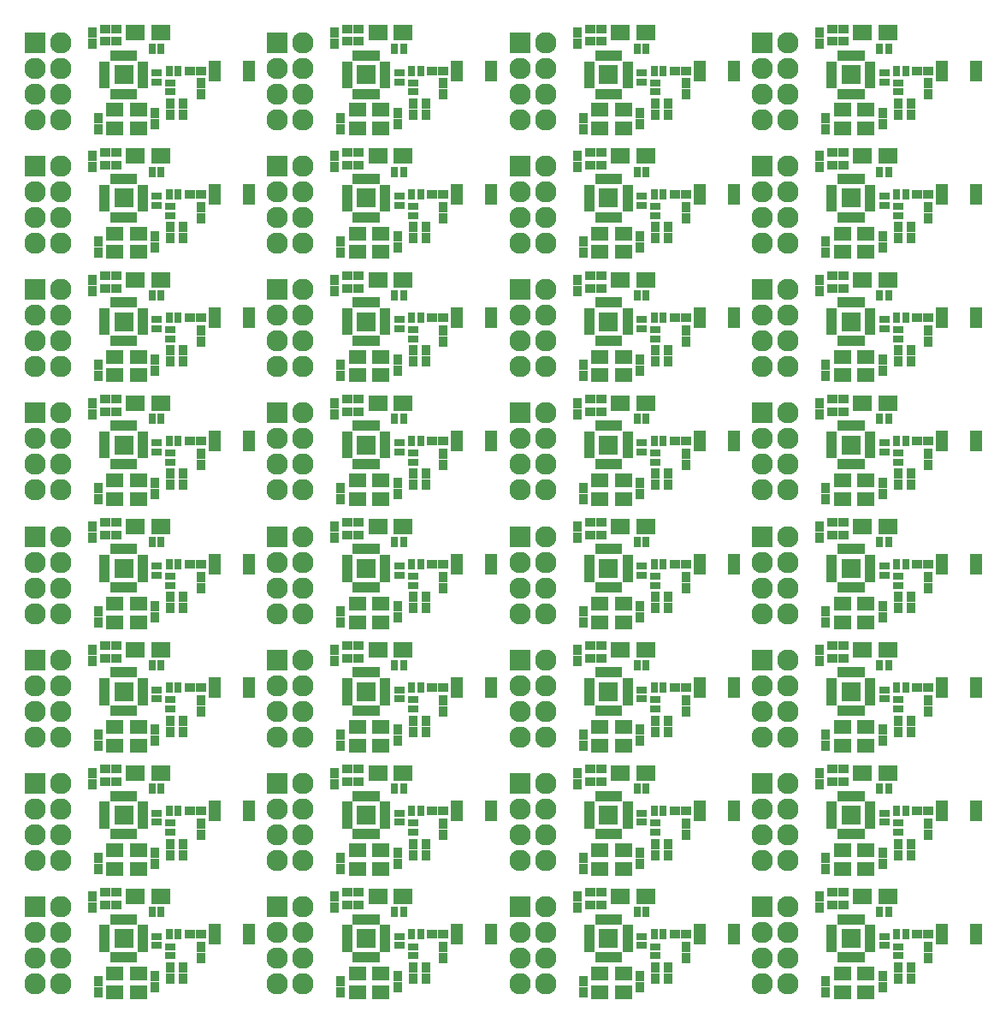
<source format=gts>
G04 #@! TF.FileFunction,Soldermask,Top*
%FSLAX46Y46*%
G04 Gerber Fmt 4.6, Leading zero omitted, Abs format (unit mm)*
G04 Created by KiCad (PCBNEW 4.0.2+e4-6225~38~ubuntu14.04.1-stable) date Fri 01 Jul 2016 09:40:48 PM CDT*
%MOMM*%
G01*
G04 APERTURE LIST*
%ADD10C,0.100000*%
%ADD11R,1.200000X2.000000*%
%ADD12R,1.700000X1.450000*%
%ADD13R,0.700000X1.100000*%
%ADD14R,1.100000X0.700000*%
%ADD15R,1.900000X1.900000*%
%ADD16R,0.800000X1.000000*%
%ADD17R,1.000000X0.800000*%
%ADD18R,0.900000X1.000000*%
%ADD19R,1.000000X0.900000*%
%ADD20R,1.900000X1.650000*%
%ADD21R,2.127200X2.127200*%
%ADD22O,2.127200X2.127200*%
G04 APERTURE END LIST*
D10*
D11*
X95700000Y-108800000D03*
X92300000Y-108800000D03*
D12*
X84750000Y-112675000D03*
X84750000Y-114525000D03*
X82450000Y-114525000D03*
X82450000Y-112675000D03*
D13*
X84300000Y-107300000D03*
X83800000Y-107300000D03*
X83300000Y-107300000D03*
X82800000Y-107300000D03*
X82300000Y-107300000D03*
D14*
X85200000Y-108200000D03*
X85200000Y-108700000D03*
X85200000Y-109200000D03*
X85200000Y-109700000D03*
X85200000Y-110200000D03*
D13*
X82300000Y-111100000D03*
X82800000Y-111100000D03*
X83300000Y-111100000D03*
X83800000Y-111100000D03*
X84300000Y-111100000D03*
D14*
X81400000Y-110200000D03*
X81400000Y-109700000D03*
X81400000Y-109200000D03*
X81400000Y-108700000D03*
X81400000Y-108200000D03*
D15*
X83300000Y-109200000D03*
D16*
X87000000Y-106600000D03*
X86100000Y-106600000D03*
D17*
X87950000Y-110000000D03*
X87950000Y-110900000D03*
D16*
X87800000Y-108800000D03*
X88700000Y-108800000D03*
D17*
X86600000Y-109000000D03*
X86600000Y-109900000D03*
D18*
X90950000Y-111150000D03*
X90950000Y-110050000D03*
D19*
X90950000Y-108800000D03*
X89850000Y-108800000D03*
D18*
X89200000Y-112050000D03*
X89200000Y-113150000D03*
X87950000Y-112050000D03*
X87950000Y-113150000D03*
D19*
X82550000Y-104650000D03*
X81450000Y-104650000D03*
D18*
X80200000Y-105050000D03*
X80200000Y-106150000D03*
X86400000Y-112950000D03*
X86400000Y-114050000D03*
X80800000Y-114550000D03*
X80800000Y-113450000D03*
D19*
X82550000Y-105900000D03*
X81450000Y-105900000D03*
D20*
X84450000Y-105050000D03*
X86950000Y-105050000D03*
X108450000Y-105050000D03*
X110950000Y-105050000D03*
D19*
X106550000Y-105900000D03*
X105450000Y-105900000D03*
D18*
X104800000Y-114550000D03*
X104800000Y-113450000D03*
X110400000Y-112950000D03*
X110400000Y-114050000D03*
X104200000Y-105050000D03*
X104200000Y-106150000D03*
D19*
X106550000Y-104650000D03*
X105450000Y-104650000D03*
D18*
X111950000Y-112050000D03*
X111950000Y-113150000D03*
X113200000Y-112050000D03*
X113200000Y-113150000D03*
D19*
X114950000Y-108800000D03*
X113850000Y-108800000D03*
D18*
X114950000Y-111150000D03*
X114950000Y-110050000D03*
D17*
X110600000Y-109000000D03*
X110600000Y-109900000D03*
D16*
X111800000Y-108800000D03*
X112700000Y-108800000D03*
D17*
X111950000Y-110000000D03*
X111950000Y-110900000D03*
D16*
X111000000Y-106600000D03*
X110100000Y-106600000D03*
D13*
X108300000Y-107300000D03*
X107800000Y-107300000D03*
X107300000Y-107300000D03*
X106800000Y-107300000D03*
X106300000Y-107300000D03*
D14*
X109200000Y-108200000D03*
X109200000Y-108700000D03*
X109200000Y-109200000D03*
X109200000Y-109700000D03*
X109200000Y-110200000D03*
D13*
X106300000Y-111100000D03*
X106800000Y-111100000D03*
X107300000Y-111100000D03*
X107800000Y-111100000D03*
X108300000Y-111100000D03*
D14*
X105400000Y-110200000D03*
X105400000Y-109700000D03*
X105400000Y-109200000D03*
X105400000Y-108700000D03*
X105400000Y-108200000D03*
D15*
X107300000Y-109200000D03*
D12*
X108750000Y-112675000D03*
X108750000Y-114525000D03*
X106450000Y-114525000D03*
X106450000Y-112675000D03*
D11*
X119700000Y-108800000D03*
X116300000Y-108800000D03*
X143700000Y-108800000D03*
X140300000Y-108800000D03*
D12*
X132750000Y-112675000D03*
X132750000Y-114525000D03*
X130450000Y-114525000D03*
X130450000Y-112675000D03*
D13*
X132300000Y-107300000D03*
X131800000Y-107300000D03*
X131300000Y-107300000D03*
X130800000Y-107300000D03*
X130300000Y-107300000D03*
D14*
X133200000Y-108200000D03*
X133200000Y-108700000D03*
X133200000Y-109200000D03*
X133200000Y-109700000D03*
X133200000Y-110200000D03*
D13*
X130300000Y-111100000D03*
X130800000Y-111100000D03*
X131300000Y-111100000D03*
X131800000Y-111100000D03*
X132300000Y-111100000D03*
D14*
X129400000Y-110200000D03*
X129400000Y-109700000D03*
X129400000Y-109200000D03*
X129400000Y-108700000D03*
X129400000Y-108200000D03*
D15*
X131300000Y-109200000D03*
D16*
X135000000Y-106600000D03*
X134100000Y-106600000D03*
D17*
X135950000Y-110000000D03*
X135950000Y-110900000D03*
D16*
X135800000Y-108800000D03*
X136700000Y-108800000D03*
D17*
X134600000Y-109000000D03*
X134600000Y-109900000D03*
D18*
X138950000Y-111150000D03*
X138950000Y-110050000D03*
D19*
X138950000Y-108800000D03*
X137850000Y-108800000D03*
D18*
X137200000Y-112050000D03*
X137200000Y-113150000D03*
X135950000Y-112050000D03*
X135950000Y-113150000D03*
D19*
X130550000Y-104650000D03*
X129450000Y-104650000D03*
D18*
X128200000Y-105050000D03*
X128200000Y-106150000D03*
X134400000Y-112950000D03*
X134400000Y-114050000D03*
X128800000Y-114550000D03*
X128800000Y-113450000D03*
D19*
X130550000Y-105900000D03*
X129450000Y-105900000D03*
D20*
X132450000Y-105050000D03*
X134950000Y-105050000D03*
X156450000Y-105050000D03*
X158950000Y-105050000D03*
D19*
X154550000Y-105900000D03*
X153450000Y-105900000D03*
D18*
X152800000Y-114550000D03*
X152800000Y-113450000D03*
X158400000Y-112950000D03*
X158400000Y-114050000D03*
X152200000Y-105050000D03*
X152200000Y-106150000D03*
D19*
X154550000Y-104650000D03*
X153450000Y-104650000D03*
D18*
X159950000Y-112050000D03*
X159950000Y-113150000D03*
X161200000Y-112050000D03*
X161200000Y-113150000D03*
D19*
X162950000Y-108800000D03*
X161850000Y-108800000D03*
D18*
X162950000Y-111150000D03*
X162950000Y-110050000D03*
D17*
X158600000Y-109000000D03*
X158600000Y-109900000D03*
D16*
X159800000Y-108800000D03*
X160700000Y-108800000D03*
D17*
X159950000Y-110000000D03*
X159950000Y-110900000D03*
D16*
X159000000Y-106600000D03*
X158100000Y-106600000D03*
D13*
X156300000Y-107300000D03*
X155800000Y-107300000D03*
X155300000Y-107300000D03*
X154800000Y-107300000D03*
X154300000Y-107300000D03*
D14*
X157200000Y-108200000D03*
X157200000Y-108700000D03*
X157200000Y-109200000D03*
X157200000Y-109700000D03*
X157200000Y-110200000D03*
D13*
X154300000Y-111100000D03*
X154800000Y-111100000D03*
X155300000Y-111100000D03*
X155800000Y-111100000D03*
X156300000Y-111100000D03*
D14*
X153400000Y-110200000D03*
X153400000Y-109700000D03*
X153400000Y-109200000D03*
X153400000Y-108700000D03*
X153400000Y-108200000D03*
D15*
X155300000Y-109200000D03*
D12*
X156750000Y-112675000D03*
X156750000Y-114525000D03*
X154450000Y-114525000D03*
X154450000Y-112675000D03*
D11*
X167700000Y-108800000D03*
X164300000Y-108800000D03*
X167700000Y-121000000D03*
X164300000Y-121000000D03*
D12*
X156750000Y-124875000D03*
X156750000Y-126725000D03*
X154450000Y-126725000D03*
X154450000Y-124875000D03*
D13*
X156300000Y-119500000D03*
X155800000Y-119500000D03*
X155300000Y-119500000D03*
X154800000Y-119500000D03*
X154300000Y-119500000D03*
D14*
X157200000Y-120400000D03*
X157200000Y-120900000D03*
X157200000Y-121400000D03*
X157200000Y-121900000D03*
X157200000Y-122400000D03*
D13*
X154300000Y-123300000D03*
X154800000Y-123300000D03*
X155300000Y-123300000D03*
X155800000Y-123300000D03*
X156300000Y-123300000D03*
D14*
X153400000Y-122400000D03*
X153400000Y-121900000D03*
X153400000Y-121400000D03*
X153400000Y-120900000D03*
X153400000Y-120400000D03*
D15*
X155300000Y-121400000D03*
D16*
X159000000Y-118800000D03*
X158100000Y-118800000D03*
D17*
X159950000Y-122200000D03*
X159950000Y-123100000D03*
D16*
X159800000Y-121000000D03*
X160700000Y-121000000D03*
D17*
X158600000Y-121200000D03*
X158600000Y-122100000D03*
D18*
X162950000Y-123350000D03*
X162950000Y-122250000D03*
D19*
X162950000Y-121000000D03*
X161850000Y-121000000D03*
D18*
X161200000Y-124250000D03*
X161200000Y-125350000D03*
X159950000Y-124250000D03*
X159950000Y-125350000D03*
D19*
X154550000Y-116850000D03*
X153450000Y-116850000D03*
D18*
X152200000Y-117250000D03*
X152200000Y-118350000D03*
X158400000Y-125150000D03*
X158400000Y-126250000D03*
X152800000Y-126750000D03*
X152800000Y-125650000D03*
D19*
X154550000Y-118100000D03*
X153450000Y-118100000D03*
D20*
X156450000Y-117250000D03*
X158950000Y-117250000D03*
X132450000Y-117250000D03*
X134950000Y-117250000D03*
D19*
X130550000Y-118100000D03*
X129450000Y-118100000D03*
D18*
X128800000Y-126750000D03*
X128800000Y-125650000D03*
X134400000Y-125150000D03*
X134400000Y-126250000D03*
X128200000Y-117250000D03*
X128200000Y-118350000D03*
D19*
X130550000Y-116850000D03*
X129450000Y-116850000D03*
D18*
X135950000Y-124250000D03*
X135950000Y-125350000D03*
X137200000Y-124250000D03*
X137200000Y-125350000D03*
D19*
X138950000Y-121000000D03*
X137850000Y-121000000D03*
D18*
X138950000Y-123350000D03*
X138950000Y-122250000D03*
D17*
X134600000Y-121200000D03*
X134600000Y-122100000D03*
D16*
X135800000Y-121000000D03*
X136700000Y-121000000D03*
D17*
X135950000Y-122200000D03*
X135950000Y-123100000D03*
D16*
X135000000Y-118800000D03*
X134100000Y-118800000D03*
D13*
X132300000Y-119500000D03*
X131800000Y-119500000D03*
X131300000Y-119500000D03*
X130800000Y-119500000D03*
X130300000Y-119500000D03*
D14*
X133200000Y-120400000D03*
X133200000Y-120900000D03*
X133200000Y-121400000D03*
X133200000Y-121900000D03*
X133200000Y-122400000D03*
D13*
X130300000Y-123300000D03*
X130800000Y-123300000D03*
X131300000Y-123300000D03*
X131800000Y-123300000D03*
X132300000Y-123300000D03*
D14*
X129400000Y-122400000D03*
X129400000Y-121900000D03*
X129400000Y-121400000D03*
X129400000Y-120900000D03*
X129400000Y-120400000D03*
D15*
X131300000Y-121400000D03*
D12*
X132750000Y-124875000D03*
X132750000Y-126725000D03*
X130450000Y-126725000D03*
X130450000Y-124875000D03*
D11*
X143700000Y-121000000D03*
X140300000Y-121000000D03*
X119700000Y-121000000D03*
X116300000Y-121000000D03*
D12*
X108750000Y-124875000D03*
X108750000Y-126725000D03*
X106450000Y-126725000D03*
X106450000Y-124875000D03*
D13*
X108300000Y-119500000D03*
X107800000Y-119500000D03*
X107300000Y-119500000D03*
X106800000Y-119500000D03*
X106300000Y-119500000D03*
D14*
X109200000Y-120400000D03*
X109200000Y-120900000D03*
X109200000Y-121400000D03*
X109200000Y-121900000D03*
X109200000Y-122400000D03*
D13*
X106300000Y-123300000D03*
X106800000Y-123300000D03*
X107300000Y-123300000D03*
X107800000Y-123300000D03*
X108300000Y-123300000D03*
D14*
X105400000Y-122400000D03*
X105400000Y-121900000D03*
X105400000Y-121400000D03*
X105400000Y-120900000D03*
X105400000Y-120400000D03*
D15*
X107300000Y-121400000D03*
D16*
X111000000Y-118800000D03*
X110100000Y-118800000D03*
D17*
X111950000Y-122200000D03*
X111950000Y-123100000D03*
D16*
X111800000Y-121000000D03*
X112700000Y-121000000D03*
D17*
X110600000Y-121200000D03*
X110600000Y-122100000D03*
D18*
X114950000Y-123350000D03*
X114950000Y-122250000D03*
D19*
X114950000Y-121000000D03*
X113850000Y-121000000D03*
D18*
X113200000Y-124250000D03*
X113200000Y-125350000D03*
X111950000Y-124250000D03*
X111950000Y-125350000D03*
D19*
X106550000Y-116850000D03*
X105450000Y-116850000D03*
D18*
X104200000Y-117250000D03*
X104200000Y-118350000D03*
X110400000Y-125150000D03*
X110400000Y-126250000D03*
X104800000Y-126750000D03*
X104800000Y-125650000D03*
D19*
X106550000Y-118100000D03*
X105450000Y-118100000D03*
D20*
X108450000Y-117250000D03*
X110950000Y-117250000D03*
X84450000Y-117250000D03*
X86950000Y-117250000D03*
D19*
X82550000Y-118100000D03*
X81450000Y-118100000D03*
D18*
X80800000Y-126750000D03*
X80800000Y-125650000D03*
X86400000Y-125150000D03*
X86400000Y-126250000D03*
X80200000Y-117250000D03*
X80200000Y-118350000D03*
D19*
X82550000Y-116850000D03*
X81450000Y-116850000D03*
D18*
X87950000Y-124250000D03*
X87950000Y-125350000D03*
X89200000Y-124250000D03*
X89200000Y-125350000D03*
D19*
X90950000Y-121000000D03*
X89850000Y-121000000D03*
D18*
X90950000Y-123350000D03*
X90950000Y-122250000D03*
D17*
X86600000Y-121200000D03*
X86600000Y-122100000D03*
D16*
X87800000Y-121000000D03*
X88700000Y-121000000D03*
D17*
X87950000Y-122200000D03*
X87950000Y-123100000D03*
D16*
X87000000Y-118800000D03*
X86100000Y-118800000D03*
D13*
X84300000Y-119500000D03*
X83800000Y-119500000D03*
X83300000Y-119500000D03*
X82800000Y-119500000D03*
X82300000Y-119500000D03*
D14*
X85200000Y-120400000D03*
X85200000Y-120900000D03*
X85200000Y-121400000D03*
X85200000Y-121900000D03*
X85200000Y-122400000D03*
D13*
X82300000Y-123300000D03*
X82800000Y-123300000D03*
X83300000Y-123300000D03*
X83800000Y-123300000D03*
X84300000Y-123300000D03*
D14*
X81400000Y-122400000D03*
X81400000Y-121900000D03*
X81400000Y-121400000D03*
X81400000Y-120900000D03*
X81400000Y-120400000D03*
D15*
X83300000Y-121400000D03*
D12*
X84750000Y-124875000D03*
X84750000Y-126725000D03*
X82450000Y-126725000D03*
X82450000Y-124875000D03*
D11*
X95700000Y-121000000D03*
X92300000Y-121000000D03*
X95700000Y-145400000D03*
X92300000Y-145400000D03*
D12*
X84750000Y-149275000D03*
X84750000Y-151125000D03*
X82450000Y-151125000D03*
X82450000Y-149275000D03*
D13*
X84300000Y-143900000D03*
X83800000Y-143900000D03*
X83300000Y-143900000D03*
X82800000Y-143900000D03*
X82300000Y-143900000D03*
D14*
X85200000Y-144800000D03*
X85200000Y-145300000D03*
X85200000Y-145800000D03*
X85200000Y-146300000D03*
X85200000Y-146800000D03*
D13*
X82300000Y-147700000D03*
X82800000Y-147700000D03*
X83300000Y-147700000D03*
X83800000Y-147700000D03*
X84300000Y-147700000D03*
D14*
X81400000Y-146800000D03*
X81400000Y-146300000D03*
X81400000Y-145800000D03*
X81400000Y-145300000D03*
X81400000Y-144800000D03*
D15*
X83300000Y-145800000D03*
D16*
X87000000Y-143200000D03*
X86100000Y-143200000D03*
D17*
X87950000Y-146600000D03*
X87950000Y-147500000D03*
D16*
X87800000Y-145400000D03*
X88700000Y-145400000D03*
D17*
X86600000Y-145600000D03*
X86600000Y-146500000D03*
D18*
X90950000Y-147750000D03*
X90950000Y-146650000D03*
D19*
X90950000Y-145400000D03*
X89850000Y-145400000D03*
D18*
X89200000Y-148650000D03*
X89200000Y-149750000D03*
X87950000Y-148650000D03*
X87950000Y-149750000D03*
D19*
X82550000Y-141250000D03*
X81450000Y-141250000D03*
D18*
X80200000Y-141650000D03*
X80200000Y-142750000D03*
X86400000Y-149550000D03*
X86400000Y-150650000D03*
X80800000Y-151150000D03*
X80800000Y-150050000D03*
D19*
X82550000Y-142500000D03*
X81450000Y-142500000D03*
D20*
X84450000Y-141650000D03*
X86950000Y-141650000D03*
X108450000Y-141650000D03*
X110950000Y-141650000D03*
D19*
X106550000Y-142500000D03*
X105450000Y-142500000D03*
D18*
X104800000Y-151150000D03*
X104800000Y-150050000D03*
X110400000Y-149550000D03*
X110400000Y-150650000D03*
X104200000Y-141650000D03*
X104200000Y-142750000D03*
D19*
X106550000Y-141250000D03*
X105450000Y-141250000D03*
D18*
X111950000Y-148650000D03*
X111950000Y-149750000D03*
X113200000Y-148650000D03*
X113200000Y-149750000D03*
D19*
X114950000Y-145400000D03*
X113850000Y-145400000D03*
D18*
X114950000Y-147750000D03*
X114950000Y-146650000D03*
D17*
X110600000Y-145600000D03*
X110600000Y-146500000D03*
D16*
X111800000Y-145400000D03*
X112700000Y-145400000D03*
D17*
X111950000Y-146600000D03*
X111950000Y-147500000D03*
D16*
X111000000Y-143200000D03*
X110100000Y-143200000D03*
D13*
X108300000Y-143900000D03*
X107800000Y-143900000D03*
X107300000Y-143900000D03*
X106800000Y-143900000D03*
X106300000Y-143900000D03*
D14*
X109200000Y-144800000D03*
X109200000Y-145300000D03*
X109200000Y-145800000D03*
X109200000Y-146300000D03*
X109200000Y-146800000D03*
D13*
X106300000Y-147700000D03*
X106800000Y-147700000D03*
X107300000Y-147700000D03*
X107800000Y-147700000D03*
X108300000Y-147700000D03*
D14*
X105400000Y-146800000D03*
X105400000Y-146300000D03*
X105400000Y-145800000D03*
X105400000Y-145300000D03*
X105400000Y-144800000D03*
D15*
X107300000Y-145800000D03*
D12*
X108750000Y-149275000D03*
X108750000Y-151125000D03*
X106450000Y-151125000D03*
X106450000Y-149275000D03*
D11*
X119700000Y-145400000D03*
X116300000Y-145400000D03*
X143700000Y-145400000D03*
X140300000Y-145400000D03*
D12*
X132750000Y-149275000D03*
X132750000Y-151125000D03*
X130450000Y-151125000D03*
X130450000Y-149275000D03*
D13*
X132300000Y-143900000D03*
X131800000Y-143900000D03*
X131300000Y-143900000D03*
X130800000Y-143900000D03*
X130300000Y-143900000D03*
D14*
X133200000Y-144800000D03*
X133200000Y-145300000D03*
X133200000Y-145800000D03*
X133200000Y-146300000D03*
X133200000Y-146800000D03*
D13*
X130300000Y-147700000D03*
X130800000Y-147700000D03*
X131300000Y-147700000D03*
X131800000Y-147700000D03*
X132300000Y-147700000D03*
D14*
X129400000Y-146800000D03*
X129400000Y-146300000D03*
X129400000Y-145800000D03*
X129400000Y-145300000D03*
X129400000Y-144800000D03*
D15*
X131300000Y-145800000D03*
D16*
X135000000Y-143200000D03*
X134100000Y-143200000D03*
D17*
X135950000Y-146600000D03*
X135950000Y-147500000D03*
D16*
X135800000Y-145400000D03*
X136700000Y-145400000D03*
D17*
X134600000Y-145600000D03*
X134600000Y-146500000D03*
D18*
X138950000Y-147750000D03*
X138950000Y-146650000D03*
D19*
X138950000Y-145400000D03*
X137850000Y-145400000D03*
D18*
X137200000Y-148650000D03*
X137200000Y-149750000D03*
X135950000Y-148650000D03*
X135950000Y-149750000D03*
D19*
X130550000Y-141250000D03*
X129450000Y-141250000D03*
D18*
X128200000Y-141650000D03*
X128200000Y-142750000D03*
X134400000Y-149550000D03*
X134400000Y-150650000D03*
X128800000Y-151150000D03*
X128800000Y-150050000D03*
D19*
X130550000Y-142500000D03*
X129450000Y-142500000D03*
D20*
X132450000Y-141650000D03*
X134950000Y-141650000D03*
X156450000Y-141650000D03*
X158950000Y-141650000D03*
D19*
X154550000Y-142500000D03*
X153450000Y-142500000D03*
D18*
X152800000Y-151150000D03*
X152800000Y-150050000D03*
X158400000Y-149550000D03*
X158400000Y-150650000D03*
X152200000Y-141650000D03*
X152200000Y-142750000D03*
D19*
X154550000Y-141250000D03*
X153450000Y-141250000D03*
D18*
X159950000Y-148650000D03*
X159950000Y-149750000D03*
X161200000Y-148650000D03*
X161200000Y-149750000D03*
D19*
X162950000Y-145400000D03*
X161850000Y-145400000D03*
D18*
X162950000Y-147750000D03*
X162950000Y-146650000D03*
D17*
X158600000Y-145600000D03*
X158600000Y-146500000D03*
D16*
X159800000Y-145400000D03*
X160700000Y-145400000D03*
D17*
X159950000Y-146600000D03*
X159950000Y-147500000D03*
D16*
X159000000Y-143200000D03*
X158100000Y-143200000D03*
D13*
X156300000Y-143900000D03*
X155800000Y-143900000D03*
X155300000Y-143900000D03*
X154800000Y-143900000D03*
X154300000Y-143900000D03*
D14*
X157200000Y-144800000D03*
X157200000Y-145300000D03*
X157200000Y-145800000D03*
X157200000Y-146300000D03*
X157200000Y-146800000D03*
D13*
X154300000Y-147700000D03*
X154800000Y-147700000D03*
X155300000Y-147700000D03*
X155800000Y-147700000D03*
X156300000Y-147700000D03*
D14*
X153400000Y-146800000D03*
X153400000Y-146300000D03*
X153400000Y-145800000D03*
X153400000Y-145300000D03*
X153400000Y-144800000D03*
D15*
X155300000Y-145800000D03*
D12*
X156750000Y-149275000D03*
X156750000Y-151125000D03*
X154450000Y-151125000D03*
X154450000Y-149275000D03*
D11*
X167700000Y-145400000D03*
X164300000Y-145400000D03*
X167700000Y-133200000D03*
X164300000Y-133200000D03*
D12*
X156750000Y-137075000D03*
X156750000Y-138925000D03*
X154450000Y-138925000D03*
X154450000Y-137075000D03*
D13*
X156300000Y-131700000D03*
X155800000Y-131700000D03*
X155300000Y-131700000D03*
X154800000Y-131700000D03*
X154300000Y-131700000D03*
D14*
X157200000Y-132600000D03*
X157200000Y-133100000D03*
X157200000Y-133600000D03*
X157200000Y-134100000D03*
X157200000Y-134600000D03*
D13*
X154300000Y-135500000D03*
X154800000Y-135500000D03*
X155300000Y-135500000D03*
X155800000Y-135500000D03*
X156300000Y-135500000D03*
D14*
X153400000Y-134600000D03*
X153400000Y-134100000D03*
X153400000Y-133600000D03*
X153400000Y-133100000D03*
X153400000Y-132600000D03*
D15*
X155300000Y-133600000D03*
D16*
X159000000Y-131000000D03*
X158100000Y-131000000D03*
D17*
X159950000Y-134400000D03*
X159950000Y-135300000D03*
D16*
X159800000Y-133200000D03*
X160700000Y-133200000D03*
D17*
X158600000Y-133400000D03*
X158600000Y-134300000D03*
D18*
X162950000Y-135550000D03*
X162950000Y-134450000D03*
D19*
X162950000Y-133200000D03*
X161850000Y-133200000D03*
D18*
X161200000Y-136450000D03*
X161200000Y-137550000D03*
X159950000Y-136450000D03*
X159950000Y-137550000D03*
D19*
X154550000Y-129050000D03*
X153450000Y-129050000D03*
D18*
X152200000Y-129450000D03*
X152200000Y-130550000D03*
X158400000Y-137350000D03*
X158400000Y-138450000D03*
X152800000Y-138950000D03*
X152800000Y-137850000D03*
D19*
X154550000Y-130300000D03*
X153450000Y-130300000D03*
D20*
X156450000Y-129450000D03*
X158950000Y-129450000D03*
X132450000Y-129450000D03*
X134950000Y-129450000D03*
D19*
X130550000Y-130300000D03*
X129450000Y-130300000D03*
D18*
X128800000Y-138950000D03*
X128800000Y-137850000D03*
X134400000Y-137350000D03*
X134400000Y-138450000D03*
X128200000Y-129450000D03*
X128200000Y-130550000D03*
D19*
X130550000Y-129050000D03*
X129450000Y-129050000D03*
D18*
X135950000Y-136450000D03*
X135950000Y-137550000D03*
X137200000Y-136450000D03*
X137200000Y-137550000D03*
D19*
X138950000Y-133200000D03*
X137850000Y-133200000D03*
D18*
X138950000Y-135550000D03*
X138950000Y-134450000D03*
D17*
X134600000Y-133400000D03*
X134600000Y-134300000D03*
D16*
X135800000Y-133200000D03*
X136700000Y-133200000D03*
D17*
X135950000Y-134400000D03*
X135950000Y-135300000D03*
D16*
X135000000Y-131000000D03*
X134100000Y-131000000D03*
D13*
X132300000Y-131700000D03*
X131800000Y-131700000D03*
X131300000Y-131700000D03*
X130800000Y-131700000D03*
X130300000Y-131700000D03*
D14*
X133200000Y-132600000D03*
X133200000Y-133100000D03*
X133200000Y-133600000D03*
X133200000Y-134100000D03*
X133200000Y-134600000D03*
D13*
X130300000Y-135500000D03*
X130800000Y-135500000D03*
X131300000Y-135500000D03*
X131800000Y-135500000D03*
X132300000Y-135500000D03*
D14*
X129400000Y-134600000D03*
X129400000Y-134100000D03*
X129400000Y-133600000D03*
X129400000Y-133100000D03*
X129400000Y-132600000D03*
D15*
X131300000Y-133600000D03*
D12*
X132750000Y-137075000D03*
X132750000Y-138925000D03*
X130450000Y-138925000D03*
X130450000Y-137075000D03*
D11*
X143700000Y-133200000D03*
X140300000Y-133200000D03*
X119700000Y-133200000D03*
X116300000Y-133200000D03*
D12*
X108750000Y-137075000D03*
X108750000Y-138925000D03*
X106450000Y-138925000D03*
X106450000Y-137075000D03*
D13*
X108300000Y-131700000D03*
X107800000Y-131700000D03*
X107300000Y-131700000D03*
X106800000Y-131700000D03*
X106300000Y-131700000D03*
D14*
X109200000Y-132600000D03*
X109200000Y-133100000D03*
X109200000Y-133600000D03*
X109200000Y-134100000D03*
X109200000Y-134600000D03*
D13*
X106300000Y-135500000D03*
X106800000Y-135500000D03*
X107300000Y-135500000D03*
X107800000Y-135500000D03*
X108300000Y-135500000D03*
D14*
X105400000Y-134600000D03*
X105400000Y-134100000D03*
X105400000Y-133600000D03*
X105400000Y-133100000D03*
X105400000Y-132600000D03*
D15*
X107300000Y-133600000D03*
D16*
X111000000Y-131000000D03*
X110100000Y-131000000D03*
D17*
X111950000Y-134400000D03*
X111950000Y-135300000D03*
D16*
X111800000Y-133200000D03*
X112700000Y-133200000D03*
D17*
X110600000Y-133400000D03*
X110600000Y-134300000D03*
D18*
X114950000Y-135550000D03*
X114950000Y-134450000D03*
D19*
X114950000Y-133200000D03*
X113850000Y-133200000D03*
D18*
X113200000Y-136450000D03*
X113200000Y-137550000D03*
X111950000Y-136450000D03*
X111950000Y-137550000D03*
D19*
X106550000Y-129050000D03*
X105450000Y-129050000D03*
D18*
X104200000Y-129450000D03*
X104200000Y-130550000D03*
X110400000Y-137350000D03*
X110400000Y-138450000D03*
X104800000Y-138950000D03*
X104800000Y-137850000D03*
D19*
X106550000Y-130300000D03*
X105450000Y-130300000D03*
D20*
X108450000Y-129450000D03*
X110950000Y-129450000D03*
X84450000Y-129450000D03*
X86950000Y-129450000D03*
D19*
X82550000Y-130300000D03*
X81450000Y-130300000D03*
D18*
X80800000Y-138950000D03*
X80800000Y-137850000D03*
X86400000Y-137350000D03*
X86400000Y-138450000D03*
X80200000Y-129450000D03*
X80200000Y-130550000D03*
D19*
X82550000Y-129050000D03*
X81450000Y-129050000D03*
D18*
X87950000Y-136450000D03*
X87950000Y-137550000D03*
X89200000Y-136450000D03*
X89200000Y-137550000D03*
D19*
X90950000Y-133200000D03*
X89850000Y-133200000D03*
D18*
X90950000Y-135550000D03*
X90950000Y-134450000D03*
D17*
X86600000Y-133400000D03*
X86600000Y-134300000D03*
D16*
X87800000Y-133200000D03*
X88700000Y-133200000D03*
D17*
X87950000Y-134400000D03*
X87950000Y-135300000D03*
D16*
X87000000Y-131000000D03*
X86100000Y-131000000D03*
D13*
X84300000Y-131700000D03*
X83800000Y-131700000D03*
X83300000Y-131700000D03*
X82800000Y-131700000D03*
X82300000Y-131700000D03*
D14*
X85200000Y-132600000D03*
X85200000Y-133100000D03*
X85200000Y-133600000D03*
X85200000Y-134100000D03*
X85200000Y-134600000D03*
D13*
X82300000Y-135500000D03*
X82800000Y-135500000D03*
X83300000Y-135500000D03*
X83800000Y-135500000D03*
X84300000Y-135500000D03*
D14*
X81400000Y-134600000D03*
X81400000Y-134100000D03*
X81400000Y-133600000D03*
X81400000Y-133100000D03*
X81400000Y-132600000D03*
D15*
X83300000Y-133600000D03*
D12*
X84750000Y-137075000D03*
X84750000Y-138925000D03*
X82450000Y-138925000D03*
X82450000Y-137075000D03*
D11*
X95700000Y-133200000D03*
X92300000Y-133200000D03*
X95700000Y-84400000D03*
X92300000Y-84400000D03*
D12*
X84750000Y-88275000D03*
X84750000Y-90125000D03*
X82450000Y-90125000D03*
X82450000Y-88275000D03*
D13*
X84300000Y-82900000D03*
X83800000Y-82900000D03*
X83300000Y-82900000D03*
X82800000Y-82900000D03*
X82300000Y-82900000D03*
D14*
X85200000Y-83800000D03*
X85200000Y-84300000D03*
X85200000Y-84800000D03*
X85200000Y-85300000D03*
X85200000Y-85800000D03*
D13*
X82300000Y-86700000D03*
X82800000Y-86700000D03*
X83300000Y-86700000D03*
X83800000Y-86700000D03*
X84300000Y-86700000D03*
D14*
X81400000Y-85800000D03*
X81400000Y-85300000D03*
X81400000Y-84800000D03*
X81400000Y-84300000D03*
X81400000Y-83800000D03*
D15*
X83300000Y-84800000D03*
D16*
X87000000Y-82200000D03*
X86100000Y-82200000D03*
D17*
X87950000Y-85600000D03*
X87950000Y-86500000D03*
D16*
X87800000Y-84400000D03*
X88700000Y-84400000D03*
D17*
X86600000Y-84600000D03*
X86600000Y-85500000D03*
D18*
X90950000Y-86750000D03*
X90950000Y-85650000D03*
D19*
X90950000Y-84400000D03*
X89850000Y-84400000D03*
D18*
X89200000Y-87650000D03*
X89200000Y-88750000D03*
X87950000Y-87650000D03*
X87950000Y-88750000D03*
D19*
X82550000Y-80250000D03*
X81450000Y-80250000D03*
D18*
X80200000Y-80650000D03*
X80200000Y-81750000D03*
X86400000Y-88550000D03*
X86400000Y-89650000D03*
X80800000Y-90150000D03*
X80800000Y-89050000D03*
D19*
X82550000Y-81500000D03*
X81450000Y-81500000D03*
D20*
X84450000Y-80650000D03*
X86950000Y-80650000D03*
X108450000Y-80650000D03*
X110950000Y-80650000D03*
D19*
X106550000Y-81500000D03*
X105450000Y-81500000D03*
D18*
X104800000Y-90150000D03*
X104800000Y-89050000D03*
X110400000Y-88550000D03*
X110400000Y-89650000D03*
X104200000Y-80650000D03*
X104200000Y-81750000D03*
D19*
X106550000Y-80250000D03*
X105450000Y-80250000D03*
D18*
X111950000Y-87650000D03*
X111950000Y-88750000D03*
X113200000Y-87650000D03*
X113200000Y-88750000D03*
D19*
X114950000Y-84400000D03*
X113850000Y-84400000D03*
D18*
X114950000Y-86750000D03*
X114950000Y-85650000D03*
D17*
X110600000Y-84600000D03*
X110600000Y-85500000D03*
D16*
X111800000Y-84400000D03*
X112700000Y-84400000D03*
D17*
X111950000Y-85600000D03*
X111950000Y-86500000D03*
D16*
X111000000Y-82200000D03*
X110100000Y-82200000D03*
D13*
X108300000Y-82900000D03*
X107800000Y-82900000D03*
X107300000Y-82900000D03*
X106800000Y-82900000D03*
X106300000Y-82900000D03*
D14*
X109200000Y-83800000D03*
X109200000Y-84300000D03*
X109200000Y-84800000D03*
X109200000Y-85300000D03*
X109200000Y-85800000D03*
D13*
X106300000Y-86700000D03*
X106800000Y-86700000D03*
X107300000Y-86700000D03*
X107800000Y-86700000D03*
X108300000Y-86700000D03*
D14*
X105400000Y-85800000D03*
X105400000Y-85300000D03*
X105400000Y-84800000D03*
X105400000Y-84300000D03*
X105400000Y-83800000D03*
D15*
X107300000Y-84800000D03*
D12*
X108750000Y-88275000D03*
X108750000Y-90125000D03*
X106450000Y-90125000D03*
X106450000Y-88275000D03*
D11*
X119700000Y-84400000D03*
X116300000Y-84400000D03*
X143700000Y-84400000D03*
X140300000Y-84400000D03*
D12*
X132750000Y-88275000D03*
X132750000Y-90125000D03*
X130450000Y-90125000D03*
X130450000Y-88275000D03*
D13*
X132300000Y-82900000D03*
X131800000Y-82900000D03*
X131300000Y-82900000D03*
X130800000Y-82900000D03*
X130300000Y-82900000D03*
D14*
X133200000Y-83800000D03*
X133200000Y-84300000D03*
X133200000Y-84800000D03*
X133200000Y-85300000D03*
X133200000Y-85800000D03*
D13*
X130300000Y-86700000D03*
X130800000Y-86700000D03*
X131300000Y-86700000D03*
X131800000Y-86700000D03*
X132300000Y-86700000D03*
D14*
X129400000Y-85800000D03*
X129400000Y-85300000D03*
X129400000Y-84800000D03*
X129400000Y-84300000D03*
X129400000Y-83800000D03*
D15*
X131300000Y-84800000D03*
D16*
X135000000Y-82200000D03*
X134100000Y-82200000D03*
D17*
X135950000Y-85600000D03*
X135950000Y-86500000D03*
D16*
X135800000Y-84400000D03*
X136700000Y-84400000D03*
D17*
X134600000Y-84600000D03*
X134600000Y-85500000D03*
D18*
X138950000Y-86750000D03*
X138950000Y-85650000D03*
D19*
X138950000Y-84400000D03*
X137850000Y-84400000D03*
D18*
X137200000Y-87650000D03*
X137200000Y-88750000D03*
X135950000Y-87650000D03*
X135950000Y-88750000D03*
D19*
X130550000Y-80250000D03*
X129450000Y-80250000D03*
D18*
X128200000Y-80650000D03*
X128200000Y-81750000D03*
X134400000Y-88550000D03*
X134400000Y-89650000D03*
X128800000Y-90150000D03*
X128800000Y-89050000D03*
D19*
X130550000Y-81500000D03*
X129450000Y-81500000D03*
D20*
X132450000Y-80650000D03*
X134950000Y-80650000D03*
X156450000Y-80650000D03*
X158950000Y-80650000D03*
D19*
X154550000Y-81500000D03*
X153450000Y-81500000D03*
D18*
X152800000Y-90150000D03*
X152800000Y-89050000D03*
X158400000Y-88550000D03*
X158400000Y-89650000D03*
X152200000Y-80650000D03*
X152200000Y-81750000D03*
D19*
X154550000Y-80250000D03*
X153450000Y-80250000D03*
D18*
X159950000Y-87650000D03*
X159950000Y-88750000D03*
X161200000Y-87650000D03*
X161200000Y-88750000D03*
D19*
X162950000Y-84400000D03*
X161850000Y-84400000D03*
D18*
X162950000Y-86750000D03*
X162950000Y-85650000D03*
D17*
X158600000Y-84600000D03*
X158600000Y-85500000D03*
D16*
X159800000Y-84400000D03*
X160700000Y-84400000D03*
D17*
X159950000Y-85600000D03*
X159950000Y-86500000D03*
D16*
X159000000Y-82200000D03*
X158100000Y-82200000D03*
D13*
X156300000Y-82900000D03*
X155800000Y-82900000D03*
X155300000Y-82900000D03*
X154800000Y-82900000D03*
X154300000Y-82900000D03*
D14*
X157200000Y-83800000D03*
X157200000Y-84300000D03*
X157200000Y-84800000D03*
X157200000Y-85300000D03*
X157200000Y-85800000D03*
D13*
X154300000Y-86700000D03*
X154800000Y-86700000D03*
X155300000Y-86700000D03*
X155800000Y-86700000D03*
X156300000Y-86700000D03*
D14*
X153400000Y-85800000D03*
X153400000Y-85300000D03*
X153400000Y-84800000D03*
X153400000Y-84300000D03*
X153400000Y-83800000D03*
D15*
X155300000Y-84800000D03*
D12*
X156750000Y-88275000D03*
X156750000Y-90125000D03*
X154450000Y-90125000D03*
X154450000Y-88275000D03*
D11*
X167700000Y-84400000D03*
X164300000Y-84400000D03*
X167700000Y-96600000D03*
X164300000Y-96600000D03*
D12*
X156750000Y-100475000D03*
X156750000Y-102325000D03*
X154450000Y-102325000D03*
X154450000Y-100475000D03*
D13*
X156300000Y-95100000D03*
X155800000Y-95100000D03*
X155300000Y-95100000D03*
X154800000Y-95100000D03*
X154300000Y-95100000D03*
D14*
X157200000Y-96000000D03*
X157200000Y-96500000D03*
X157200000Y-97000000D03*
X157200000Y-97500000D03*
X157200000Y-98000000D03*
D13*
X154300000Y-98900000D03*
X154800000Y-98900000D03*
X155300000Y-98900000D03*
X155800000Y-98900000D03*
X156300000Y-98900000D03*
D14*
X153400000Y-98000000D03*
X153400000Y-97500000D03*
X153400000Y-97000000D03*
X153400000Y-96500000D03*
X153400000Y-96000000D03*
D15*
X155300000Y-97000000D03*
D16*
X159000000Y-94400000D03*
X158100000Y-94400000D03*
D17*
X159950000Y-97800000D03*
X159950000Y-98700000D03*
D16*
X159800000Y-96600000D03*
X160700000Y-96600000D03*
D17*
X158600000Y-96800000D03*
X158600000Y-97700000D03*
D18*
X162950000Y-98950000D03*
X162950000Y-97850000D03*
D19*
X162950000Y-96600000D03*
X161850000Y-96600000D03*
D18*
X161200000Y-99850000D03*
X161200000Y-100950000D03*
X159950000Y-99850000D03*
X159950000Y-100950000D03*
D19*
X154550000Y-92450000D03*
X153450000Y-92450000D03*
D18*
X152200000Y-92850000D03*
X152200000Y-93950000D03*
X158400000Y-100750000D03*
X158400000Y-101850000D03*
X152800000Y-102350000D03*
X152800000Y-101250000D03*
D19*
X154550000Y-93700000D03*
X153450000Y-93700000D03*
D20*
X156450000Y-92850000D03*
X158950000Y-92850000D03*
X132450000Y-92850000D03*
X134950000Y-92850000D03*
D19*
X130550000Y-93700000D03*
X129450000Y-93700000D03*
D18*
X128800000Y-102350000D03*
X128800000Y-101250000D03*
X134400000Y-100750000D03*
X134400000Y-101850000D03*
X128200000Y-92850000D03*
X128200000Y-93950000D03*
D19*
X130550000Y-92450000D03*
X129450000Y-92450000D03*
D18*
X135950000Y-99850000D03*
X135950000Y-100950000D03*
X137200000Y-99850000D03*
X137200000Y-100950000D03*
D19*
X138950000Y-96600000D03*
X137850000Y-96600000D03*
D18*
X138950000Y-98950000D03*
X138950000Y-97850000D03*
D17*
X134600000Y-96800000D03*
X134600000Y-97700000D03*
D16*
X135800000Y-96600000D03*
X136700000Y-96600000D03*
D17*
X135950000Y-97800000D03*
X135950000Y-98700000D03*
D16*
X135000000Y-94400000D03*
X134100000Y-94400000D03*
D13*
X132300000Y-95100000D03*
X131800000Y-95100000D03*
X131300000Y-95100000D03*
X130800000Y-95100000D03*
X130300000Y-95100000D03*
D14*
X133200000Y-96000000D03*
X133200000Y-96500000D03*
X133200000Y-97000000D03*
X133200000Y-97500000D03*
X133200000Y-98000000D03*
D13*
X130300000Y-98900000D03*
X130800000Y-98900000D03*
X131300000Y-98900000D03*
X131800000Y-98900000D03*
X132300000Y-98900000D03*
D14*
X129400000Y-98000000D03*
X129400000Y-97500000D03*
X129400000Y-97000000D03*
X129400000Y-96500000D03*
X129400000Y-96000000D03*
D15*
X131300000Y-97000000D03*
D12*
X132750000Y-100475000D03*
X132750000Y-102325000D03*
X130450000Y-102325000D03*
X130450000Y-100475000D03*
D11*
X143700000Y-96600000D03*
X140300000Y-96600000D03*
X119700000Y-96600000D03*
X116300000Y-96600000D03*
D12*
X108750000Y-100475000D03*
X108750000Y-102325000D03*
X106450000Y-102325000D03*
X106450000Y-100475000D03*
D13*
X108300000Y-95100000D03*
X107800000Y-95100000D03*
X107300000Y-95100000D03*
X106800000Y-95100000D03*
X106300000Y-95100000D03*
D14*
X109200000Y-96000000D03*
X109200000Y-96500000D03*
X109200000Y-97000000D03*
X109200000Y-97500000D03*
X109200000Y-98000000D03*
D13*
X106300000Y-98900000D03*
X106800000Y-98900000D03*
X107300000Y-98900000D03*
X107800000Y-98900000D03*
X108300000Y-98900000D03*
D14*
X105400000Y-98000000D03*
X105400000Y-97500000D03*
X105400000Y-97000000D03*
X105400000Y-96500000D03*
X105400000Y-96000000D03*
D15*
X107300000Y-97000000D03*
D16*
X111000000Y-94400000D03*
X110100000Y-94400000D03*
D17*
X111950000Y-97800000D03*
X111950000Y-98700000D03*
D16*
X111800000Y-96600000D03*
X112700000Y-96600000D03*
D17*
X110600000Y-96800000D03*
X110600000Y-97700000D03*
D18*
X114950000Y-98950000D03*
X114950000Y-97850000D03*
D19*
X114950000Y-96600000D03*
X113850000Y-96600000D03*
D18*
X113200000Y-99850000D03*
X113200000Y-100950000D03*
X111950000Y-99850000D03*
X111950000Y-100950000D03*
D19*
X106550000Y-92450000D03*
X105450000Y-92450000D03*
D18*
X104200000Y-92850000D03*
X104200000Y-93950000D03*
X110400000Y-100750000D03*
X110400000Y-101850000D03*
X104800000Y-102350000D03*
X104800000Y-101250000D03*
D19*
X106550000Y-93700000D03*
X105450000Y-93700000D03*
D20*
X108450000Y-92850000D03*
X110950000Y-92850000D03*
X84450000Y-92850000D03*
X86950000Y-92850000D03*
D19*
X82550000Y-93700000D03*
X81450000Y-93700000D03*
D18*
X80800000Y-102350000D03*
X80800000Y-101250000D03*
X86400000Y-100750000D03*
X86400000Y-101850000D03*
X80200000Y-92850000D03*
X80200000Y-93950000D03*
D19*
X82550000Y-92450000D03*
X81450000Y-92450000D03*
D18*
X87950000Y-99850000D03*
X87950000Y-100950000D03*
X89200000Y-99850000D03*
X89200000Y-100950000D03*
D19*
X90950000Y-96600000D03*
X89850000Y-96600000D03*
D18*
X90950000Y-98950000D03*
X90950000Y-97850000D03*
D17*
X86600000Y-96800000D03*
X86600000Y-97700000D03*
D16*
X87800000Y-96600000D03*
X88700000Y-96600000D03*
D17*
X87950000Y-97800000D03*
X87950000Y-98700000D03*
D16*
X87000000Y-94400000D03*
X86100000Y-94400000D03*
D13*
X84300000Y-95100000D03*
X83800000Y-95100000D03*
X83300000Y-95100000D03*
X82800000Y-95100000D03*
X82300000Y-95100000D03*
D14*
X85200000Y-96000000D03*
X85200000Y-96500000D03*
X85200000Y-97000000D03*
X85200000Y-97500000D03*
X85200000Y-98000000D03*
D13*
X82300000Y-98900000D03*
X82800000Y-98900000D03*
X83300000Y-98900000D03*
X83800000Y-98900000D03*
X84300000Y-98900000D03*
D14*
X81400000Y-98000000D03*
X81400000Y-97500000D03*
X81400000Y-97000000D03*
X81400000Y-96500000D03*
X81400000Y-96000000D03*
D15*
X83300000Y-97000000D03*
D12*
X84750000Y-100475000D03*
X84750000Y-102325000D03*
X82450000Y-102325000D03*
X82450000Y-100475000D03*
D11*
X95700000Y-96600000D03*
X92300000Y-96600000D03*
X95700000Y-72200000D03*
X92300000Y-72200000D03*
D12*
X84750000Y-76075000D03*
X84750000Y-77925000D03*
X82450000Y-77925000D03*
X82450000Y-76075000D03*
D13*
X84300000Y-70700000D03*
X83800000Y-70700000D03*
X83300000Y-70700000D03*
X82800000Y-70700000D03*
X82300000Y-70700000D03*
D14*
X85200000Y-71600000D03*
X85200000Y-72100000D03*
X85200000Y-72600000D03*
X85200000Y-73100000D03*
X85200000Y-73600000D03*
D13*
X82300000Y-74500000D03*
X82800000Y-74500000D03*
X83300000Y-74500000D03*
X83800000Y-74500000D03*
X84300000Y-74500000D03*
D14*
X81400000Y-73600000D03*
X81400000Y-73100000D03*
X81400000Y-72600000D03*
X81400000Y-72100000D03*
X81400000Y-71600000D03*
D15*
X83300000Y-72600000D03*
D16*
X87000000Y-70000000D03*
X86100000Y-70000000D03*
D17*
X87950000Y-73400000D03*
X87950000Y-74300000D03*
D16*
X87800000Y-72200000D03*
X88700000Y-72200000D03*
D17*
X86600000Y-72400000D03*
X86600000Y-73300000D03*
D18*
X90950000Y-74550000D03*
X90950000Y-73450000D03*
D19*
X90950000Y-72200000D03*
X89850000Y-72200000D03*
D18*
X89200000Y-75450000D03*
X89200000Y-76550000D03*
X87950000Y-75450000D03*
X87950000Y-76550000D03*
D19*
X82550000Y-68050000D03*
X81450000Y-68050000D03*
D18*
X80200000Y-68450000D03*
X80200000Y-69550000D03*
X86400000Y-76350000D03*
X86400000Y-77450000D03*
X80800000Y-77950000D03*
X80800000Y-76850000D03*
D19*
X82550000Y-69300000D03*
X81450000Y-69300000D03*
D20*
X84450000Y-68450000D03*
X86950000Y-68450000D03*
X108450000Y-68450000D03*
X110950000Y-68450000D03*
D19*
X106550000Y-69300000D03*
X105450000Y-69300000D03*
D18*
X104800000Y-77950000D03*
X104800000Y-76850000D03*
X110400000Y-76350000D03*
X110400000Y-77450000D03*
X104200000Y-68450000D03*
X104200000Y-69550000D03*
D19*
X106550000Y-68050000D03*
X105450000Y-68050000D03*
D18*
X111950000Y-75450000D03*
X111950000Y-76550000D03*
X113200000Y-75450000D03*
X113200000Y-76550000D03*
D19*
X114950000Y-72200000D03*
X113850000Y-72200000D03*
D18*
X114950000Y-74550000D03*
X114950000Y-73450000D03*
D17*
X110600000Y-72400000D03*
X110600000Y-73300000D03*
D16*
X111800000Y-72200000D03*
X112700000Y-72200000D03*
D17*
X111950000Y-73400000D03*
X111950000Y-74300000D03*
D16*
X111000000Y-70000000D03*
X110100000Y-70000000D03*
D13*
X108300000Y-70700000D03*
X107800000Y-70700000D03*
X107300000Y-70700000D03*
X106800000Y-70700000D03*
X106300000Y-70700000D03*
D14*
X109200000Y-71600000D03*
X109200000Y-72100000D03*
X109200000Y-72600000D03*
X109200000Y-73100000D03*
X109200000Y-73600000D03*
D13*
X106300000Y-74500000D03*
X106800000Y-74500000D03*
X107300000Y-74500000D03*
X107800000Y-74500000D03*
X108300000Y-74500000D03*
D14*
X105400000Y-73600000D03*
X105400000Y-73100000D03*
X105400000Y-72600000D03*
X105400000Y-72100000D03*
X105400000Y-71600000D03*
D15*
X107300000Y-72600000D03*
D12*
X108750000Y-76075000D03*
X108750000Y-77925000D03*
X106450000Y-77925000D03*
X106450000Y-76075000D03*
D11*
X119700000Y-72200000D03*
X116300000Y-72200000D03*
X143700000Y-72200000D03*
X140300000Y-72200000D03*
D12*
X132750000Y-76075000D03*
X132750000Y-77925000D03*
X130450000Y-77925000D03*
X130450000Y-76075000D03*
D13*
X132300000Y-70700000D03*
X131800000Y-70700000D03*
X131300000Y-70700000D03*
X130800000Y-70700000D03*
X130300000Y-70700000D03*
D14*
X133200000Y-71600000D03*
X133200000Y-72100000D03*
X133200000Y-72600000D03*
X133200000Y-73100000D03*
X133200000Y-73600000D03*
D13*
X130300000Y-74500000D03*
X130800000Y-74500000D03*
X131300000Y-74500000D03*
X131800000Y-74500000D03*
X132300000Y-74500000D03*
D14*
X129400000Y-73600000D03*
X129400000Y-73100000D03*
X129400000Y-72600000D03*
X129400000Y-72100000D03*
X129400000Y-71600000D03*
D15*
X131300000Y-72600000D03*
D16*
X135000000Y-70000000D03*
X134100000Y-70000000D03*
D17*
X135950000Y-73400000D03*
X135950000Y-74300000D03*
D16*
X135800000Y-72200000D03*
X136700000Y-72200000D03*
D17*
X134600000Y-72400000D03*
X134600000Y-73300000D03*
D18*
X138950000Y-74550000D03*
X138950000Y-73450000D03*
D19*
X138950000Y-72200000D03*
X137850000Y-72200000D03*
D18*
X137200000Y-75450000D03*
X137200000Y-76550000D03*
X135950000Y-75450000D03*
X135950000Y-76550000D03*
D19*
X130550000Y-68050000D03*
X129450000Y-68050000D03*
D18*
X128200000Y-68450000D03*
X128200000Y-69550000D03*
X134400000Y-76350000D03*
X134400000Y-77450000D03*
X128800000Y-77950000D03*
X128800000Y-76850000D03*
D19*
X130550000Y-69300000D03*
X129450000Y-69300000D03*
D20*
X132450000Y-68450000D03*
X134950000Y-68450000D03*
X156450000Y-68450000D03*
X158950000Y-68450000D03*
D19*
X154550000Y-69300000D03*
X153450000Y-69300000D03*
D18*
X152800000Y-77950000D03*
X152800000Y-76850000D03*
X158400000Y-76350000D03*
X158400000Y-77450000D03*
X152200000Y-68450000D03*
X152200000Y-69550000D03*
D19*
X154550000Y-68050000D03*
X153450000Y-68050000D03*
D18*
X159950000Y-75450000D03*
X159950000Y-76550000D03*
X161200000Y-75450000D03*
X161200000Y-76550000D03*
D19*
X162950000Y-72200000D03*
X161850000Y-72200000D03*
D18*
X162950000Y-74550000D03*
X162950000Y-73450000D03*
D17*
X158600000Y-72400000D03*
X158600000Y-73300000D03*
D16*
X159800000Y-72200000D03*
X160700000Y-72200000D03*
D17*
X159950000Y-73400000D03*
X159950000Y-74300000D03*
D16*
X159000000Y-70000000D03*
X158100000Y-70000000D03*
D13*
X156300000Y-70700000D03*
X155800000Y-70700000D03*
X155300000Y-70700000D03*
X154800000Y-70700000D03*
X154300000Y-70700000D03*
D14*
X157200000Y-71600000D03*
X157200000Y-72100000D03*
X157200000Y-72600000D03*
X157200000Y-73100000D03*
X157200000Y-73600000D03*
D13*
X154300000Y-74500000D03*
X154800000Y-74500000D03*
X155300000Y-74500000D03*
X155800000Y-74500000D03*
X156300000Y-74500000D03*
D14*
X153400000Y-73600000D03*
X153400000Y-73100000D03*
X153400000Y-72600000D03*
X153400000Y-72100000D03*
X153400000Y-71600000D03*
D15*
X155300000Y-72600000D03*
D12*
X156750000Y-76075000D03*
X156750000Y-77925000D03*
X154450000Y-77925000D03*
X154450000Y-76075000D03*
D11*
X167700000Y-72200000D03*
X164300000Y-72200000D03*
X167700000Y-60000000D03*
X164300000Y-60000000D03*
D12*
X156750000Y-63875000D03*
X156750000Y-65725000D03*
X154450000Y-65725000D03*
X154450000Y-63875000D03*
D13*
X156300000Y-58500000D03*
X155800000Y-58500000D03*
X155300000Y-58500000D03*
X154800000Y-58500000D03*
X154300000Y-58500000D03*
D14*
X157200000Y-59400000D03*
X157200000Y-59900000D03*
X157200000Y-60400000D03*
X157200000Y-60900000D03*
X157200000Y-61400000D03*
D13*
X154300000Y-62300000D03*
X154800000Y-62300000D03*
X155300000Y-62300000D03*
X155800000Y-62300000D03*
X156300000Y-62300000D03*
D14*
X153400000Y-61400000D03*
X153400000Y-60900000D03*
X153400000Y-60400000D03*
X153400000Y-59900000D03*
X153400000Y-59400000D03*
D15*
X155300000Y-60400000D03*
D16*
X159000000Y-57800000D03*
X158100000Y-57800000D03*
D17*
X159950000Y-61200000D03*
X159950000Y-62100000D03*
D16*
X159800000Y-60000000D03*
X160700000Y-60000000D03*
D17*
X158600000Y-60200000D03*
X158600000Y-61100000D03*
D18*
X162950000Y-62350000D03*
X162950000Y-61250000D03*
D19*
X162950000Y-60000000D03*
X161850000Y-60000000D03*
D18*
X161200000Y-63250000D03*
X161200000Y-64350000D03*
X159950000Y-63250000D03*
X159950000Y-64350000D03*
D19*
X154550000Y-55850000D03*
X153450000Y-55850000D03*
D18*
X152200000Y-56250000D03*
X152200000Y-57350000D03*
X158400000Y-64150000D03*
X158400000Y-65250000D03*
X152800000Y-65750000D03*
X152800000Y-64650000D03*
D19*
X154550000Y-57100000D03*
X153450000Y-57100000D03*
D20*
X156450000Y-56250000D03*
X158950000Y-56250000D03*
X132450000Y-56250000D03*
X134950000Y-56250000D03*
D19*
X130550000Y-57100000D03*
X129450000Y-57100000D03*
D18*
X128800000Y-65750000D03*
X128800000Y-64650000D03*
X134400000Y-64150000D03*
X134400000Y-65250000D03*
X128200000Y-56250000D03*
X128200000Y-57350000D03*
D19*
X130550000Y-55850000D03*
X129450000Y-55850000D03*
D18*
X135950000Y-63250000D03*
X135950000Y-64350000D03*
X137200000Y-63250000D03*
X137200000Y-64350000D03*
D19*
X138950000Y-60000000D03*
X137850000Y-60000000D03*
D18*
X138950000Y-62350000D03*
X138950000Y-61250000D03*
D17*
X134600000Y-60200000D03*
X134600000Y-61100000D03*
D16*
X135800000Y-60000000D03*
X136700000Y-60000000D03*
D17*
X135950000Y-61200000D03*
X135950000Y-62100000D03*
D16*
X135000000Y-57800000D03*
X134100000Y-57800000D03*
D13*
X132300000Y-58500000D03*
X131800000Y-58500000D03*
X131300000Y-58500000D03*
X130800000Y-58500000D03*
X130300000Y-58500000D03*
D14*
X133200000Y-59400000D03*
X133200000Y-59900000D03*
X133200000Y-60400000D03*
X133200000Y-60900000D03*
X133200000Y-61400000D03*
D13*
X130300000Y-62300000D03*
X130800000Y-62300000D03*
X131300000Y-62300000D03*
X131800000Y-62300000D03*
X132300000Y-62300000D03*
D14*
X129400000Y-61400000D03*
X129400000Y-60900000D03*
X129400000Y-60400000D03*
X129400000Y-59900000D03*
X129400000Y-59400000D03*
D15*
X131300000Y-60400000D03*
D12*
X132750000Y-63875000D03*
X132750000Y-65725000D03*
X130450000Y-65725000D03*
X130450000Y-63875000D03*
D11*
X143700000Y-60000000D03*
X140300000Y-60000000D03*
X119700000Y-60000000D03*
X116300000Y-60000000D03*
D12*
X108750000Y-63875000D03*
X108750000Y-65725000D03*
X106450000Y-65725000D03*
X106450000Y-63875000D03*
D13*
X108300000Y-58500000D03*
X107800000Y-58500000D03*
X107300000Y-58500000D03*
X106800000Y-58500000D03*
X106300000Y-58500000D03*
D14*
X109200000Y-59400000D03*
X109200000Y-59900000D03*
X109200000Y-60400000D03*
X109200000Y-60900000D03*
X109200000Y-61400000D03*
D13*
X106300000Y-62300000D03*
X106800000Y-62300000D03*
X107300000Y-62300000D03*
X107800000Y-62300000D03*
X108300000Y-62300000D03*
D14*
X105400000Y-61400000D03*
X105400000Y-60900000D03*
X105400000Y-60400000D03*
X105400000Y-59900000D03*
X105400000Y-59400000D03*
D15*
X107300000Y-60400000D03*
D16*
X111000000Y-57800000D03*
X110100000Y-57800000D03*
D17*
X111950000Y-61200000D03*
X111950000Y-62100000D03*
D16*
X111800000Y-60000000D03*
X112700000Y-60000000D03*
D17*
X110600000Y-60200000D03*
X110600000Y-61100000D03*
D18*
X114950000Y-62350000D03*
X114950000Y-61250000D03*
D19*
X114950000Y-60000000D03*
X113850000Y-60000000D03*
D18*
X113200000Y-63250000D03*
X113200000Y-64350000D03*
X111950000Y-63250000D03*
X111950000Y-64350000D03*
D19*
X106550000Y-55850000D03*
X105450000Y-55850000D03*
D18*
X104200000Y-56250000D03*
X104200000Y-57350000D03*
X110400000Y-64150000D03*
X110400000Y-65250000D03*
X104800000Y-65750000D03*
X104800000Y-64650000D03*
D19*
X106550000Y-57100000D03*
X105450000Y-57100000D03*
D20*
X108450000Y-56250000D03*
X110950000Y-56250000D03*
X84450000Y-56250000D03*
X86950000Y-56250000D03*
D19*
X82550000Y-57100000D03*
X81450000Y-57100000D03*
D18*
X80800000Y-65750000D03*
X80800000Y-64650000D03*
X86400000Y-64150000D03*
X86400000Y-65250000D03*
X80200000Y-56250000D03*
X80200000Y-57350000D03*
D19*
X82550000Y-55850000D03*
X81450000Y-55850000D03*
D18*
X87950000Y-63250000D03*
X87950000Y-64350000D03*
X89200000Y-63250000D03*
X89200000Y-64350000D03*
D19*
X90950000Y-60000000D03*
X89850000Y-60000000D03*
D18*
X90950000Y-62350000D03*
X90950000Y-61250000D03*
D17*
X86600000Y-60200000D03*
X86600000Y-61100000D03*
D16*
X87800000Y-60000000D03*
X88700000Y-60000000D03*
D17*
X87950000Y-61200000D03*
X87950000Y-62100000D03*
D16*
X87000000Y-57800000D03*
X86100000Y-57800000D03*
D13*
X84300000Y-58500000D03*
X83800000Y-58500000D03*
X83300000Y-58500000D03*
X82800000Y-58500000D03*
X82300000Y-58500000D03*
D14*
X85200000Y-59400000D03*
X85200000Y-59900000D03*
X85200000Y-60400000D03*
X85200000Y-60900000D03*
X85200000Y-61400000D03*
D13*
X82300000Y-62300000D03*
X82800000Y-62300000D03*
X83300000Y-62300000D03*
X83800000Y-62300000D03*
X84300000Y-62300000D03*
D14*
X81400000Y-61400000D03*
X81400000Y-60900000D03*
X81400000Y-60400000D03*
X81400000Y-59900000D03*
X81400000Y-59400000D03*
D15*
X83300000Y-60400000D03*
D12*
X84750000Y-63875000D03*
X84750000Y-65725000D03*
X82450000Y-65725000D03*
X82450000Y-63875000D03*
D11*
X95700000Y-60000000D03*
X92300000Y-60000000D03*
D21*
X74500000Y-57250000D03*
D22*
X77040000Y-57250000D03*
X74500000Y-59790000D03*
X77040000Y-59790000D03*
X74500000Y-62330000D03*
X77040000Y-62330000D03*
X74500000Y-64870000D03*
X77040000Y-64870000D03*
D21*
X74500000Y-69450000D03*
D22*
X77040000Y-69450000D03*
X74500000Y-71990000D03*
X77040000Y-71990000D03*
X74500000Y-74530000D03*
X77040000Y-74530000D03*
X74500000Y-77070000D03*
X77040000Y-77070000D03*
D21*
X74500000Y-93850000D03*
D22*
X77040000Y-93850000D03*
X74500000Y-96390000D03*
X77040000Y-96390000D03*
X74500000Y-98930000D03*
X77040000Y-98930000D03*
X74500000Y-101470000D03*
X77040000Y-101470000D03*
D21*
X74500000Y-81650000D03*
D22*
X77040000Y-81650000D03*
X74500000Y-84190000D03*
X77040000Y-84190000D03*
X74500000Y-86730000D03*
X77040000Y-86730000D03*
X74500000Y-89270000D03*
X77040000Y-89270000D03*
D21*
X74500000Y-106050000D03*
D22*
X77040000Y-106050000D03*
X74500000Y-108590000D03*
X77040000Y-108590000D03*
X74500000Y-111130000D03*
X77040000Y-111130000D03*
X74500000Y-113670000D03*
X77040000Y-113670000D03*
D21*
X74500000Y-118250000D03*
D22*
X77040000Y-118250000D03*
X74500000Y-120790000D03*
X77040000Y-120790000D03*
X74500000Y-123330000D03*
X77040000Y-123330000D03*
X74500000Y-125870000D03*
X77040000Y-125870000D03*
D21*
X74500000Y-130450000D03*
D22*
X77040000Y-130450000D03*
X74500000Y-132990000D03*
X77040000Y-132990000D03*
X74500000Y-135530000D03*
X77040000Y-135530000D03*
X74500000Y-138070000D03*
X77040000Y-138070000D03*
D21*
X74500000Y-142650000D03*
D22*
X77040000Y-142650000D03*
X74500000Y-145190000D03*
X77040000Y-145190000D03*
X74500000Y-147730000D03*
X77040000Y-147730000D03*
X74500000Y-150270000D03*
X77040000Y-150270000D03*
D21*
X98500000Y-57250000D03*
D22*
X101040000Y-57250000D03*
X98500000Y-59790000D03*
X101040000Y-59790000D03*
X98500000Y-62330000D03*
X101040000Y-62330000D03*
X98500000Y-64870000D03*
X101040000Y-64870000D03*
D21*
X98500000Y-69450000D03*
D22*
X101040000Y-69450000D03*
X98500000Y-71990000D03*
X101040000Y-71990000D03*
X98500000Y-74530000D03*
X101040000Y-74530000D03*
X98500000Y-77070000D03*
X101040000Y-77070000D03*
D21*
X122500000Y-57250000D03*
D22*
X125040000Y-57250000D03*
X122500000Y-59790000D03*
X125040000Y-59790000D03*
X122500000Y-62330000D03*
X125040000Y-62330000D03*
X122500000Y-64870000D03*
X125040000Y-64870000D03*
D21*
X122500000Y-69450000D03*
D22*
X125040000Y-69450000D03*
X122500000Y-71990000D03*
X125040000Y-71990000D03*
X122500000Y-74530000D03*
X125040000Y-74530000D03*
X122500000Y-77070000D03*
X125040000Y-77070000D03*
D21*
X146500000Y-57250000D03*
D22*
X149040000Y-57250000D03*
X146500000Y-59790000D03*
X149040000Y-59790000D03*
X146500000Y-62330000D03*
X149040000Y-62330000D03*
X146500000Y-64870000D03*
X149040000Y-64870000D03*
D21*
X146500000Y-69400000D03*
D22*
X149040000Y-69400000D03*
X146500000Y-71940000D03*
X149040000Y-71940000D03*
X146500000Y-74480000D03*
X149040000Y-74480000D03*
X146500000Y-77020000D03*
X149040000Y-77020000D03*
D21*
X98500000Y-81650000D03*
D22*
X101040000Y-81650000D03*
X98500000Y-84190000D03*
X101040000Y-84190000D03*
X98500000Y-86730000D03*
X101040000Y-86730000D03*
X98500000Y-89270000D03*
X101040000Y-89270000D03*
D21*
X122500000Y-81650000D03*
D22*
X125040000Y-81650000D03*
X122500000Y-84190000D03*
X125040000Y-84190000D03*
X122500000Y-86730000D03*
X125040000Y-86730000D03*
X122500000Y-89270000D03*
X125040000Y-89270000D03*
D21*
X146500000Y-81650000D03*
D22*
X149040000Y-81650000D03*
X146500000Y-84190000D03*
X149040000Y-84190000D03*
X146500000Y-86730000D03*
X149040000Y-86730000D03*
X146500000Y-89270000D03*
X149040000Y-89270000D03*
D21*
X146500000Y-93850000D03*
D22*
X149040000Y-93850000D03*
X146500000Y-96390000D03*
X149040000Y-96390000D03*
X146500000Y-98930000D03*
X149040000Y-98930000D03*
X146500000Y-101470000D03*
X149040000Y-101470000D03*
D21*
X122500000Y-93850000D03*
D22*
X125040000Y-93850000D03*
X122500000Y-96390000D03*
X125040000Y-96390000D03*
X122500000Y-98930000D03*
X125040000Y-98930000D03*
X122500000Y-101470000D03*
X125040000Y-101470000D03*
D21*
X98500000Y-93850000D03*
D22*
X101040000Y-93850000D03*
X98500000Y-96390000D03*
X101040000Y-96390000D03*
X98500000Y-98930000D03*
X101040000Y-98930000D03*
X98500000Y-101470000D03*
X101040000Y-101470000D03*
D21*
X146500000Y-106050000D03*
D22*
X149040000Y-106050000D03*
X146500000Y-108590000D03*
X149040000Y-108590000D03*
X146500000Y-111130000D03*
X149040000Y-111130000D03*
X146500000Y-113670000D03*
X149040000Y-113670000D03*
D21*
X122500000Y-106050000D03*
D22*
X125040000Y-106050000D03*
X122500000Y-108590000D03*
X125040000Y-108590000D03*
X122500000Y-111130000D03*
X125040000Y-111130000D03*
X122500000Y-113670000D03*
X125040000Y-113670000D03*
D21*
X98500000Y-106050000D03*
D22*
X101040000Y-106050000D03*
X98500000Y-108590000D03*
X101040000Y-108590000D03*
X98500000Y-111130000D03*
X101040000Y-111130000D03*
X98500000Y-113670000D03*
X101040000Y-113670000D03*
D21*
X98500000Y-118250000D03*
D22*
X101040000Y-118250000D03*
X98500000Y-120790000D03*
X101040000Y-120790000D03*
X98500000Y-123330000D03*
X101040000Y-123330000D03*
X98500000Y-125870000D03*
X101040000Y-125870000D03*
D21*
X122500000Y-118250000D03*
D22*
X125040000Y-118250000D03*
X122500000Y-120790000D03*
X125040000Y-120790000D03*
X122500000Y-123330000D03*
X125040000Y-123330000D03*
X122500000Y-125870000D03*
X125040000Y-125870000D03*
D21*
X146500000Y-118250000D03*
D22*
X149040000Y-118250000D03*
X146500000Y-120790000D03*
X149040000Y-120790000D03*
X146500000Y-123330000D03*
X149040000Y-123330000D03*
X146500000Y-125870000D03*
X149040000Y-125870000D03*
D21*
X146500000Y-130450000D03*
D22*
X149040000Y-130450000D03*
X146500000Y-132990000D03*
X149040000Y-132990000D03*
X146500000Y-135530000D03*
X149040000Y-135530000D03*
X146500000Y-138070000D03*
X149040000Y-138070000D03*
D21*
X122500000Y-130450000D03*
D22*
X125040000Y-130450000D03*
X122500000Y-132990000D03*
X125040000Y-132990000D03*
X122500000Y-135530000D03*
X125040000Y-135530000D03*
X122500000Y-138070000D03*
X125040000Y-138070000D03*
D21*
X98500000Y-130450000D03*
D22*
X101040000Y-130450000D03*
X98500000Y-132990000D03*
X101040000Y-132990000D03*
X98500000Y-135530000D03*
X101040000Y-135530000D03*
X98500000Y-138070000D03*
X101040000Y-138070000D03*
D21*
X98500000Y-142650000D03*
D22*
X101040000Y-142650000D03*
X98500000Y-145190000D03*
X101040000Y-145190000D03*
X98500000Y-147730000D03*
X101040000Y-147730000D03*
X98500000Y-150270000D03*
X101040000Y-150270000D03*
D21*
X122500000Y-142650000D03*
D22*
X125040000Y-142650000D03*
X122500000Y-145190000D03*
X125040000Y-145190000D03*
X122500000Y-147730000D03*
X125040000Y-147730000D03*
X122500000Y-150270000D03*
X125040000Y-150270000D03*
D21*
X146500000Y-142650000D03*
D22*
X149040000Y-142650000D03*
X146500000Y-145190000D03*
X149040000Y-145190000D03*
X146500000Y-147730000D03*
X149040000Y-147730000D03*
X146500000Y-150270000D03*
X149040000Y-150270000D03*
M02*

</source>
